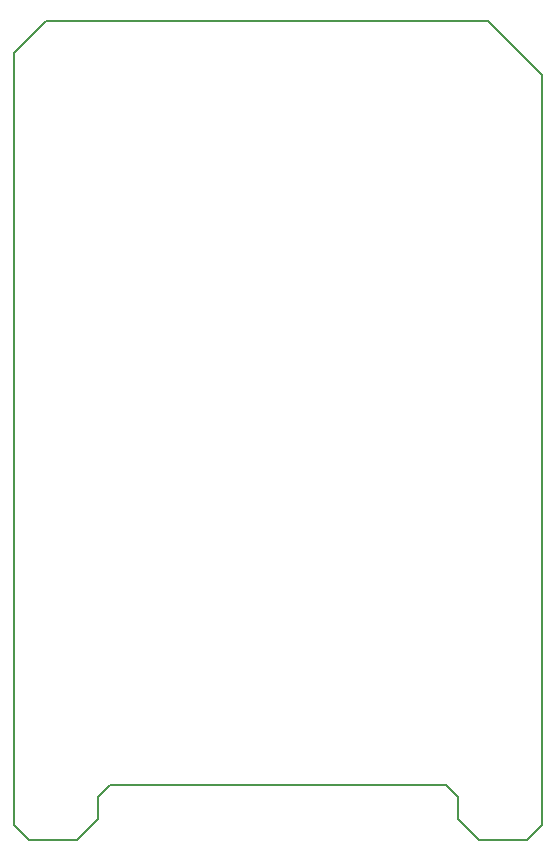
<source format=gko>
G04 Layer_Color=16711935*
%FSAX24Y24*%
%MOIN*%
G70*
G01*
G75*
%ADD48C,0.0079*%
D48*
X051400Y039700D02*
Y040050D01*
X052450Y041100D01*
X067200D01*
X069000Y039300D01*
Y016400D02*
Y039300D01*
X054200Y015250D02*
X054600Y015650D01*
X065800D01*
X066200Y015250D01*
X051400Y014300D02*
X051900Y013800D01*
X051400Y014300D02*
Y039700D01*
X054200Y014500D02*
Y015250D01*
X053500Y013800D02*
X054200Y014500D01*
X051900Y013800D02*
X053500D01*
X066200Y014500D02*
Y015250D01*
Y014500D02*
X066900Y013800D01*
X069000Y014300D02*
Y016400D01*
X068500Y013800D02*
X069000Y014300D01*
X066900Y013800D02*
X068500D01*
M02*

</source>
